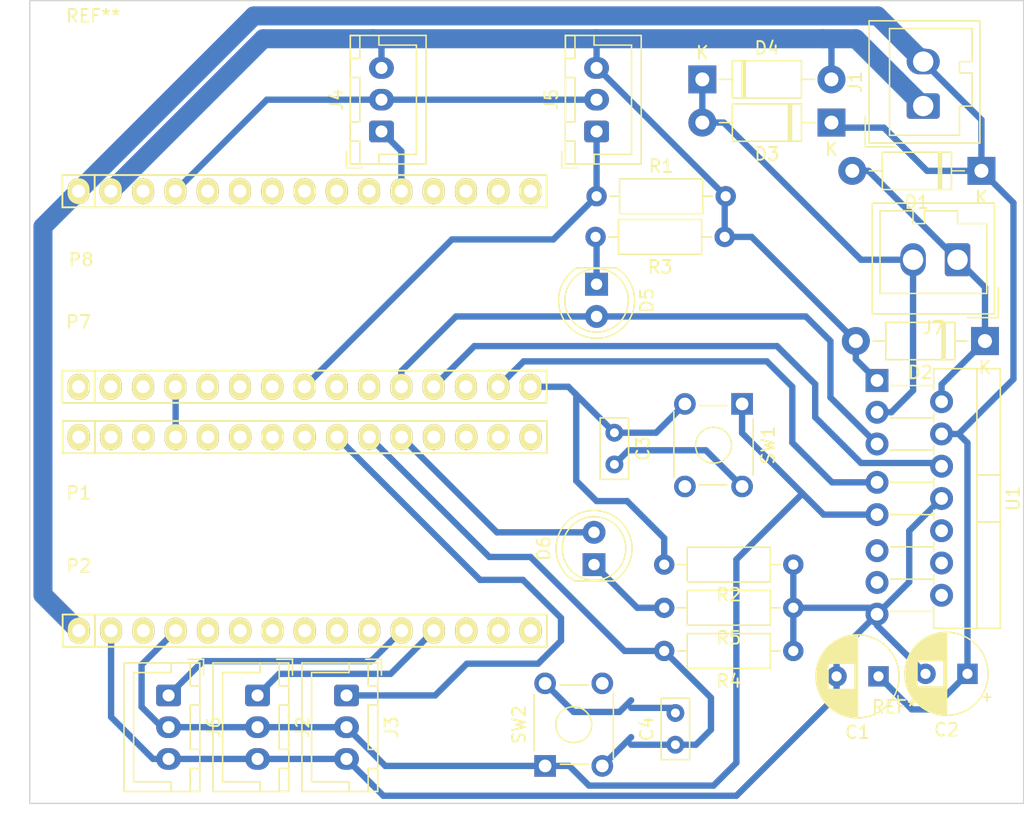
<source format=kicad_pcb>
(kicad_pcb (version 20211014) (generator pcbnew)
  (layers (0 "F.Cu" signal) (31 "B.Cu" signal) (34 "B.Paste" user) (35 "F.Paste" user) (36 "B.SilkS" user "B.Silkscreen") (37 "F.SilkS" user "F.Silkscreen") (38 "B.Mask" user) (39 "F.Mask" user) (44 "Edge.Cuts" user))
  (net 0 "")
  (net 1 "Vin")
  (net 2 "GND")
  (net 3 "Net-(C3-Pad2)")
  (net 4 "7.")
  (net 5 "Net-(C4-Pad2)")
  (net 6 "Net-(D1-Pad2)")
  (net 7 "Net-(D3-Pad2)")
  (net 8 "Net-(D5-Pad1)")
  (net 9 "8a")
  (net 10 "Net-(D6-Pad1)")
  (net 11 "8.")
  (net 12 "+5V")
  (net 13 "6(**).")
  (net 14 "A1")
  (net 15 "5(**)")
  (net 16 "/1(Tx).")
  (net 17 "/0(Rx).")
  (net 18 "/Reset.")
  (net 19 "/2.")
  (net 20 "/3(**).")
  (net 21 "/4.")
  (net 22 "/5(**).")
  (net 23 "/9(**).")
  (net 24 "/10(**{slash}SS).")
  (net 25 "/11(**{slash}MOSI).")
  (net 26 "/12(MISO).")
  (net 27 "/A7.")
  (net 28 "/A6.")
  (net 29 "/A5.")
  (net 30 "/A4.")
  (net 31 "/A3.")
  (net 32 "/A2.")
  (net 33 "/AREF.")
  (net 34 "+3V3")
  (net 35 "/13(SCK).")
  (net 36 "/1(Tx)")
  (net 37 "/0(Rx)")
  (net 38 "/Reset")
  (net 39 "/2a")
  (net 40 "/3(**)")
  (net 41 "/4a")
  (net 42 "/6(**)")
  (net 43 "9(**)")
  (net 44 "/10(**{slash}SS)")
  (net 45 "/A7")
  (net 46 "/A6")
  (net 47 "/A5")
  (net 48 "/A4")
  (net 49 "/A3")
  (net 50 "/AREF")
  (net 51 "/13(SCK)")
  (net 59 "A0.")
  (net 60 "A1.")
  (net 61 "/A0")
  (net 62 "/A2")
  (net 63 "12(MISO)")
  (net 64 "11(**{slash}MOSI)")
  (net 65 "/7a")
  (footprint "Connector_JST:JST_XH_B3B-XH-A_1x03_P2.50mm_Vertical" (layer "F.Cu") (at 62.4 87.5 90)
    (fp_text reference "J5" (at 2.5 -3.55 90) (layer "F.SilkS"))
    (fp_text value "START")
    (pad "1" thru_hole roundrect (at 0 0 90) (size 1.7 1.95) (drill 0.95) (layers *.Cu *.Mask) (roundrect_rratio 0.147059) (net 15 "5(**)"))
    (pad "2" thru_hole oval (at 2.5 0 90) (size 1.7 1.95) (drill 0.95) (layers *.Cu *.Mask) (net 12 "+5V"))
    (pad "3" thru_hole oval (at 5 0 90) (size 1.7 1.95) (drill 0.95) (layers *.Cu *.Mask) (net 2 "GND"))
  )
  (footprint "footprints:CP_Radial_D6.3mm_P2.50mm" (layer "F.Cu") (at 91.182379 130.2 180)
    (fp_text reference "C2" (at 1.25 -4.4 180) (layer "F.SilkS"))
    (fp_text value "0.1uF")
    (pad "1" thru_hole rect (at -0.4 0 180) (size 1.6 1.6) (drill 0.8) (layers *.Cu *.Mask) (net 1 "Vin"))
    (pad "2" thru_hole circle (at 2.9 0 180) (size 1.6 1.6) (drill 0.8) (layers *.Cu *.Mask) (net 2 "GND"))
  )
  (footprint "Connector_JST:JST_XH_B3B-XH-A_1x03_P2.50mm_Vertical" (layer "F.Cu") (at 28.725 131.9 -90)
    (fp_text reference "J6" (at 2.5 -3.55 90) (layer "F.SilkS"))
    (fp_text value "sensor höger")
    (pad "1" thru_hole roundrect (at 0 0 270) (size 1.7 1.95) (drill 0.95) (layers *.Cu *.Mask) (roundrect_rratio 0.147059) (net 60 "A1."))
    (pad "2" thru_hole oval (at 2.5 0 270) (size 1.7 1.95) (drill 0.95) (layers *.Cu *.Mask) (net 12 "+5V"))
    (pad "3" thru_hole oval (at 5 0 270) (size 1.7 1.95) (drill 0.95) (layers *.Cu *.Mask) (net 2 "GND"))
  )
  (footprint "MountingHole:MountingHole_3mm" (layer "F.Cu") (at 86.2 136.8)
    (fp_text reference "REF**" (at 0 -4) (layer "F.SilkS"))
    (fp_text value "MountingHole_3mm")
    (pad "" np_thru_hole circle (at 0 0) (size 3 3) (drill 3) (layers *.Cu *.Mask))
  )
  (footprint "footprints:Socket_Strip_Arduino_1x15" (layer "F.Cu") (at 21.66 111.56)
    (fp_text reference "P1" (at 0 4.4) (layer "F.SilkS"))
    (fp_text value "Digital")
    (pad "1" thru_hole oval (at 0 0) (size 1.7272 2.032) (drill 1.016) (layers *.Cu *.Mask "F.SilkS") (net 16 "/1(Tx)."))
    (pad "2" thru_hole oval (at 2.54 0) (size 1.7272 2.032) (drill 1.016) (layers *.Cu *.Mask "F.SilkS") (net 17 "/0(Rx)."))
    (pad "3" thru_hole oval (at 5.08 0) (size 1.7272 2.032) (drill 1.016) (layers *.Cu *.Mask "F.SilkS") (net 18 "/Reset."))
    (pad "4" thru_hole oval (at 7.62 0) (size 1.7272 2.032) (drill 1.016) (layers *.Cu *.Mask "F.SilkS") (net 2 "GND"))
    (pad "5" thru_hole oval (at 10.16 0) (size 1.7272 2.032) (drill 1.016) (layers *.Cu *.Mask "F.SilkS") (net 19 "/2."))
    (pad "6" thru_hole oval (at 12.7 0) (size 1.7272 2.032) (drill 1.016) (layers *.Cu *.Mask "F.SilkS") (net 20 "/3(**)."))
    (pad "7" thru_hole oval (at 15.24 0) (size 1.7272 2.032) (drill 1.016) (layers *.Cu *.Mask "F.SilkS") (net 21 "/4."))
    (pad "8" thru_hole oval (at 17.78 0) (size 1.7272 2.032) (drill 1.016) (layers *.Cu *.Mask "F.SilkS") (net 22 "/5(**)."))
    (pad "9" thru_hole oval (at 20.32 0) (size 1.7272 2.032) (drill 1.016) (layers *.Cu *.Mask "F.SilkS") (net 13 "6(**)."))
    (pad "10" thru_hole oval (at 22.86 0) (size 1.7272 2.032) (drill 1.016) (layers *.Cu *.Mask "F.SilkS") (net 4 "7."))
    (pad "11" thru_hole oval (at 25.4 0) (size 1.7272 2.032) (drill 1.016) (layers *.Cu *.Mask "F.SilkS") (net 11 "8."))
    (pad "12" thru_hole oval (at 27.94 0) (size 1.7272 2.032) (drill 1.016) (layers *.Cu *.Mask "F.SilkS") (net 23 "/9(**)."))
    (pad "13" thru_hole oval (at 30.48 0) (size 1.7272 2.032) (drill 1.016) (layers *.Cu *.Mask "F.SilkS") (net 24 "/10(**{slash}SS)."))
    (pad "14" thru_hole oval (at 33.02 0) (size 1.7272 2.032) (drill 1.016) (layers *.Cu *.Mask "F.SilkS") (net 25 "/11(**{slash}MOSI)."))
    (pad "15" thru_hole oval (at 35.56 0) (size 1.7272 2.032) (drill 1.016) (layers *.Cu *.Mask "F.SilkS") (net 26 "/12(MISO)."))
  )
  (footprint "footprints:TO-220-15_P2.54x2.54mm_StaggerOdd_Lead4.58mm_Vertical" (layer "F.Cu") (at 84.465 107.505 -90)
    (fp_text reference "U1" (at 8.89 -10.7 -90) (layer "F.SilkS"))
    (fp_text value "L298HN")
    (pad "1" thru_hole rect (at -0.4 0 270) (size 1.8 1.8) (drill 1) (layers *.Cu *.Mask) (net 2 "GND"))
    (pad "2" thru_hole oval (at 1.27 -5.08 270) (size 1.8 1.8) (drill 1) (layers *.Cu *.Mask) (net 6 "Net-(D1-Pad2)"))
    (pad "3" thru_hole oval (at 2.1 0 270) (size 1.8 1.8) (drill 1) (layers *.Cu *.Mask) (net 7 "Net-(D3-Pad2)"))
    (pad "4" thru_hole oval (at 3.81 -5.08 270) (size 1.8 1.8) (drill 1) (layers *.Cu *.Mask) (net 1 "Vin"))
    (pad "5" thru_hole oval (at 4.6 0 270) (size 1.8 1.8) (drill 1) (layers *.Cu *.Mask) (net 9 "8a"))
    (pad "6" thru_hole oval (at 6.35 -5.08 270) (size 1.8 1.8) (drill 1) (layers *.Cu *.Mask) (net 43 "9(**)"))
    (pad "7" thru_hole oval (at 7.62 0 270) (size 1.8 1.8) (drill 1) (layers *.Cu *.Mask) (net 64 "11(**{slash}MOSI)"))
    (pad "8" thru_hole oval (at 8.89 -5.08 270) (size 1.8 1.8) (drill 1) (layers *.Cu *.Mask) (net 2 "GND"))
    (pad "9" thru_hole oval (at 10.16 0 270) (size 1.8 1.8) (drill 1) (layers *.Cu *.Mask) (net 12 "+5V"))
    (pad "10" thru_hole oval (at 11.43 -5.08 270) (size 1.8 1.8) (drill 1) (layers *.Cu *.Mask))
    (pad "11" thru_hole oval (at 13 0 270) (size 1.8 1.8) (drill 1) (layers *.Cu *.Mask))
    (pad "12" thru_hole oval (at 13.97 -5.08 270) (size 1.8 1.8) (drill 1) (layers *.Cu *.Mask))
    (pad "13" thru_hole oval (at 15.5 0 270) (size 1.8 1.8) (drill 1) (layers *.Cu *.Mask))
    (pad "14" thru_hole oval (at 16.51 -5.08 270) (size 1.8 1.8) (drill 1) (layers *.Cu *.Mask))
    (pad "15" thru_hole oval (at 18 0 270) (size 1.8 1.8) (drill 1) (layers *.Cu *.Mask) (net 2 "GND"))
  )
  (footprint "Diode_THT:D_DO-41_SOD81_P10.16mm_Horizontal" (layer "F.Cu") (at 92.68 90.6 180)
    (fp_text reference "D1" (at 5.08 -2.47) (layer "F.SilkS"))
    (fp_text value "1N4007")
    (fp_text user "K" (at 0 -2.1) (layer "F.SilkS"))
    (pad "1" thru_hole rect (at 0 0 180) (size 2.2 2.2) (drill 1.1) (layers *.Cu *.Mask) (net 1 "Vin"))
    (pad "2" thru_hole oval locked (at 10.16 0 180) (size 2.2 2.2) (drill 1.1) (layers *.Cu *.Mask) (net 6 "Net-(D1-Pad2)"))
  )
  (footprint "MountingHole:MountingHole_3mm" (layer "F.Cu") (at 22.8 82.4)
    (fp_text reference "REF**" (at 0 -4) (layer "F.SilkS"))
    (fp_text value "MountingHole_3mm")
    (pad "" np_thru_hole circle (at 0 0) (size 3 3) (drill 3) (layers *.Cu *.Mask))
  )
  (footprint "footprints:Socket_Strip_Arduino_1x15" (layer "F.Cu") (at 21.64 92.2)
    (fp_text reference "P8" (at 0.2 5.4) (layer "F.SilkS"))
    (fp_text value "Analog")
    (pad "1" thru_hole oval (at 0 0) (size 1.7272 2.032) (drill 1.016) (layers *.Cu *.Mask "F.SilkS") (net 1 "Vin"))
    (pad "2" thru_hole oval (at 2.54 0) (size 1.7272 2.032) (drill 1.016) (layers *.Cu *.Mask "F.SilkS") (net 2 "GND"))
    (pad "3" thru_hole oval (at 5.08 0) (size 1.7272 2.032) (drill 1.016) (layers *.Cu *.Mask "F.SilkS") (net 38 "/Reset"))
    (pad "4" thru_hole oval (at 7.62 0) (size 1.7272 2.032) (drill 1.016) (layers *.Cu *.Mask "F.SilkS") (net 12 "+5V"))
    (pad "5" thru_hole oval (at 10.16 0) (size 1.7272 2.032) (drill 1.016) (layers *.Cu *.Mask "F.SilkS") (net 45 "/A7"))
    (pad "6" thru_hole oval (at 12.7 0) (size 1.7272 2.032) (drill 1.016) (layers *.Cu *.Mask "F.SilkS") (net 46 "/A6"))
    (pad "7" thru_hole oval (at 15.24 0) (size 1.7272 2.032) (drill 1.016) (layers *.Cu *.Mask "F.SilkS") (net 47 "/A5"))
    (pad "8" thru_hole oval (at 17.78 0) (size 1.7272 2.032) (drill 1.016) (layers *.Cu *.Mask "F.SilkS") (net 48 "/A4"))
    (pad "9" thru_hole oval (at 20.32 0) (size 1.7272 2.032) (drill 1.016) (layers *.Cu *.Mask "F.SilkS") (net 49 "/A3"))
    (pad "10" thru_hole oval (at 22.86 0) (size 1.7272 2.032) (drill 1.016) (layers *.Cu *.Mask "F.SilkS") (net 62 "/A2"))
    (pad "11" thru_hole oval (at 25.4 0) (size 1.7272 2.032) (drill 1.016) (layers *.Cu *.Mask "F.SilkS") (net 14 "A1"))
    (pad "12" thru_hole oval (at 27.94 0) (size 1.7272 2.032) (drill 1.016) (layers *.Cu *.Mask "F.SilkS") (net 61 "/A0"))
    (pad "13" thru_hole oval (at 30.48 0) (size 1.7272 2.032) (drill 1.016) (layers *.Cu *.Mask "F.SilkS") (net 50 "/AREF"))
    (pad "14" thru_hole oval (at 33.02 0) (size 1.7272 2.032) (drill 1.016) (layers *.Cu *.Mask "F.SilkS") (net 34 "+3V3"))
    (pad "15" thru_hole oval (at 35.56 0) (size 1.7272 2.032) (drill 1.016) (layers *.Cu *.Mask "F.SilkS") (net 51 "/13(SCK)"))
  )
  (footprint "Resistor_THT:R_Axial_DIN0207_L6.3mm_D2.5mm_P10.16mm_Horizontal" (layer "F.Cu") (at 62.4 92.6)
    (fp_text reference "R1" (at 5.08 -2.37) (layer "F.SilkS"))
    (fp_text value "R")
    (pad "1" thru_hole circle (at 0 0) (size 1.6 1.6) (drill 0.8) (layers *.Cu *.Mask) (net 15 "5(**)"))
    (pad "2" thru_hole oval (at 10.16 0) (size 1.6 1.6) (drill 0.8) (layers *.Cu *.Mask) (net 2 "GND"))
  )
  (footprint "Connector_JST:JST_XH_B3B-XH-A_1x03_P2.50mm_Vertical" (layer "F.Cu") (at 35.725 131.9 -90)
    (fp_text reference "J2" (at 2.5 -3.55 90) (layer "F.SilkS"))
    (fp_text value "sensor vänster")
    (pad "1" thru_hole roundrect (at 0 0 270) (size 1.7 1.95) (drill 0.95) (layers *.Cu *.Mask) (roundrect_rratio 0.147059) (net 59 "A0."))
    (pad "2" thru_hole oval (at 2.5 0 270) (size 1.7 1.95) (drill 0.95) (layers *.Cu *.Mask) (net 12 "+5V"))
    (pad "3" thru_hole oval (at 5 0 270) (size 1.7 1.95) (drill 0.95) (layers *.Cu *.Mask) (net 2 "GND"))
  )
  (footprint "LED_THT:LED_D5.0mm" (layer "F.Cu") (at 62.2 121.6 90)
    (fp_text reference "D6" (at 1.27 -3.96 90) (layer "F.SilkS"))
    (fp_text value "LED")
    (pad "1" thru_hole rect (at 0 0 90) (size 1.8 1.8) (drill 0.9) (layers *.Cu *.Mask) (net 10 "Net-(D6-Pad1)"))
    (pad "2" thru_hole circle (at 2.54 0 90) (size 1.8 1.8) (drill 0.9) (layers *.Cu *.Mask) (net 11 "8."))
  )
  (footprint "footprints:Socket_Strip_Arduino_1x15" (layer "F.Cu") (at 21.64 107.6)
    (fp_text reference "P7" (at 0 -5.1) (layer "F.SilkS"))
    (fp_text value "Digital")
    (pad "1" thru_hole oval (at 0 0) (size 1.7272 2.032) (drill 1.016) (layers *.Cu *.Mask "F.SilkS") (net 36 "/1(Tx)"))
    (pad "2" thru_hole oval (at 2.54 0) (size 1.7272 2.032) (drill 1.016) (layers *.Cu *.Mask "F.SilkS") (net 37 "/0(Rx)"))
    (pad "3" thru_hole oval (at 5.08 0) (size 1.7272 2.032) (drill 1.016) (layers *.Cu *.Mask "F.SilkS") (net 38 "/Reset"))
    (pad "4" thru_hole oval (at 7.62 0) (size 1.7272 2.032) (drill 1.016) (layers *.Cu *.Mask "F.SilkS") (net 2 "GND"))
    (pad "5" thru_hole oval (at 10.16 0) (size 1.7272 2.032) (drill 1.016) (layers *.Cu *.Mask "F.SilkS") (net 39 "/2a"))
    (pad "6" thru_hole oval (at 12.7 0) (size 1.7272 2.032) (drill 1.016) (layers *.Cu *.Mask "F.SilkS") (net 40 "/3(**)"))
    (pad "7" thru_hole oval (at 15.24 0) (size 1.7272 2.032) (drill 1.016) (layers *.Cu *.Mask "F.SilkS") (net 41 "/4a"))
    (pad "8" thru_hole oval (at 17.78 0) (size 1.7272 2.032) (drill 1.016) (layers *.Cu *.Mask "F.SilkS") (net 15 "5(**)"))
    (pad "9" thru_hole oval (at 20.32 0) (size 1.7272 2.032) (drill 1.016) (layers *.Cu *.Mask "F.SilkS") (net 42 "/6(**)"))
    (pad "10" thru_hole oval (at 22.86 0) (size 1.7272 2.032) (drill 1.016) (layers *.Cu *.Mask "F.SilkS") (net 65 "/7a"))
    (pad "11" thru_hole oval (at 25.4 0) (size 1.7272 2.032) (drill 1.016) (layers *.Cu *.Mask "F.SilkS") (net 9 "8a"))
    (pad "12" thru_hole oval (at 27.94 0) (size 1.7272 2.032) (drill 1.016) (layers *.Cu *.Mask "F.SilkS") (net 43 "9(**)"))
    (pad "13" thru_hole oval (at 30.48 0) (size 1.7272 2.032) (drill 1.016) (layers *.Cu *.Mask "F.SilkS") (net 44 "/10(**{slash}SS)"))
    (pad "14" thru_hole oval (at 33.02 0) (size 1.7272 2.032) (drill 1.016) (layers *.Cu *.Mask "F.SilkS") (net 64 "11(**{slash}MOSI)"))
    (pad "15" thru_hole oval (at 35.56 0) (size 1.7272 2.032) (drill 1.016) (layers *.Cu *.Mask "F.SilkS") (net 63 "12(MISO)"))
  )
  (footprint "footprints:Socket_Strip_Arduino_1x15" (layer "F.Cu") (at 21.66 126.8)
    (fp_text reference "P2" (at 0 -5.1) (layer "F.SilkS"))
    (fp_text value "Analog")
    (pad "1" thru_hole oval (at 0 0) (size 1.7272 2.032) (drill 1.016) (layers *.Cu *.Mask "F.SilkS") (net 1 "Vin"))
    (pad "2" thru_hole oval (at 2.54 0) (size 1.7272 2.032) (drill 1.016) (layers *.Cu *.Mask "F.SilkS") (net 2 "GND"))
    (pad "3" thru_hole oval (at 5.08 0) (size 1.7272 2.032) (drill 1.016) (layers *.Cu *.Mask "F.SilkS") (net 18 "/Reset."))
    (pad "4" thru_hole oval (at 7.62 0) (size 1.7272 2.032) (drill 1.016) (layers *.Cu *.Mask "F.SilkS") (net 12 "+5V"))
    (pad "5" thru_hole oval (at 10.16 0) (size 1.7272 2.032) (drill 1.016) (layers *.Cu *.Mask "F.SilkS") (net 27 "/A7."))
    (pad "6" thru_hole oval (at 12.7 0) (size 1.7272 2.032) (drill 1.016) (layers *.Cu *.Mask "F.SilkS") (net 28 "/A6."))
    (pad "7" thru_hole oval (at 15.24 0) (size 1.7272 2.032) (drill 1.016) (layers *.Cu *.Mask "F.SilkS") (net 29 "/A5."))
    (pad "8" thru_hole oval (at 17.78 0) (size 1.7272 2.032) (drill 1.016) (layers *.Cu *.Mask "F.SilkS") (net 30 "/A4."))
    (pad "9" thru_hole oval (at 20.32 0) (size 1.7272 2.032) (drill 1.016) (layers *.Cu *.Mask "F.SilkS") (net 31 "/A3."))
    (pad "10" thru_hole oval (at 22.86 0) (size 1.7272 2.032) (drill 1.016) (layers *.Cu *.Mask "F.SilkS") (net 32 "/A2."))
    (pad "11" thru_hole oval (at 25.4 0) (size 1.7272 2.032) (drill 1.016) (layers *.Cu *.Mask "F.SilkS") (net 60 "A1."))
    (pad "12" thru_hole oval (at 27.94 0) (size 1.7272 2.032) (drill 1.016) (layers *.Cu *.Mask "F.SilkS") (net 59 "A0."))
    (pad "13" thru_hole oval (at 30.48 0) (size 1.7272 2.032) (drill 1.016) (layers *.Cu *.Mask "F.SilkS") (net 33 "/AREF."))
    (pad "14" thru_hole oval (at 33.02 0) (size 1.7272 2.032) (drill 1.016) (layers *.Cu *.Mask "F.SilkS") (net 34 "+3V3"))
    (pad "15" thru_hole oval (at 35.56 0) (size 1.7272 2.032) (drill 1.016) (layers *.Cu *.Mask "F.SilkS") (net 35 "/13(SCK)."))
  )
  (footprint "footprints:CP_Radial_D6.3mm_P2.50mm" (layer "F.Cu") (at 84.18238 130.4 180)
    (fp_text reference "C1" (at 1.25 -4.4 180) (layer "F.SilkS"))
    (fp_text value "100uf")
    (pad "1" thru_hole rect (at -0.4 0 180) (size 1.6 1.6) (drill 0.8) (layers *.Cu *.Mask) (net 1 "Vin"))
    (pad "2" thru_hole circle (at 2.9 0 180) (size 1.6 1.6) (drill 0.8) (layers *.Cu *.Mask) (net 2 "GND"))
  )
  (footprint "LED_THT:LED_D5.0mm" (layer "F.Cu") (at 62.4 99.525 -90)
    (fp_text reference "D5" (at 1.27 -3.96 90) (layer "F.SilkS"))
    (fp_text value "LED")
    (pad "1" thru_hole rect (at 0 0 270) (size 1.8 1.8) (drill 0.9) (layers *.Cu *.Mask) (net 8 "Net-(D5-Pad1)"))
    (pad "2" thru_hole circle (at 2.54 0 270) (size 1.8 1.8) (drill 0.9) (layers *.Cu *.Mask) (net 9 "8a"))
  )
  (footprint "Diode_THT:D_DO-41_SOD81_P10.16mm_Horizontal" (layer "F.Cu") (at 80.88 86.8 180)
    (fp_text reference "D3" (at 5.08 -2.47) (layer "F.SilkS"))
    (fp_text value "1N4007")
    (fp_text user "K" (at 0 -2.1) (layer "F.SilkS"))
    (pad "1" thru_hole rect (at 0 0 180) (size 2.2 2.2) (drill 1.1) (layers *.Cu *.Mask) (net 1 "Vin"))
    (pad "2" thru_hole oval (at 10.16 0 180) (size 2.2 2.2) (drill 1.1) (layers *.Cu *.Mask) (net 7 "Net-(D3-Pad2)"))
  )
  (footprint "footprints:SW_TH_Tactile_Omron_B3F-10xx" (layer "F.Cu") (at 73.85 108.95 -90)
    (fp_text reference "SW1" (at 3.25 -2.05 90) (layer "F.SilkS"))
    (fp_text value "SW_MEC_5E")
    (pad "1" thru_hole rect (at 0 0 270) (size 1.7 1.7) (drill 1) (layers *.Cu *.Mask) (net 12 "+5V"))
    (pad "2" thru_hole circle (at 6.5 0 270) (size 1.7 1.7) (drill 1) (layers *.Cu *.Mask) (net 3 "Net-(C3-Pad2)"))
    (pad "3" thru_hole circle (at 0 4.5 270) (size 1.7 1.7) (drill 1) (layers *.Cu *.Mask) (net 63 "12(MISO)"))
    (pad "4" thru_hole circle (at 6.5 4.5 270) (size 1.7 1.7) (drill 1) (layers *.Cu *.Mask))
  )
  (footprint "Diode_THT:D_DO-41_SOD81_P10.16mm_Horizontal" (layer "F.Cu") (at 70.72 83.4)
    (fp_text reference "D4" (at 5.08 -2.47) (layer "F.SilkS"))
    (fp_text value "1N4007")
    (fp_text user "K" (at 0 -2.1) (layer "F.SilkS"))
    (pad "1" thru_hole rect (at 0 0) (size 2.2 2.2) (drill 1.1) (layers *.Cu *.Mask) (net 7 "Net-(D3-Pad2)"))
    (pad "2" thru_hole oval (at 10.16 0) (size 2.2 2.2) (drill 1.1) (layers *.Cu *.Mask) (net 2 "GND"))
  )
  (footprint "Connector_JST:JST_XH_B3B-XH-A_1x03_P2.50mm_Vertical" (layer "F.Cu") (at 45.475 87.5 90)
    (fp_text reference "J4" (at 2.5 -3.55 90) (layer "F.SilkS"))
    (fp_text value "sensor motor")
    (pad "1" thru_hole roundrect (at 0 0 90) (size 1.7 1.95) (drill 0.95) (layers *.Cu *.Mask) (roundrect_rratio 0.147059) (net 14 "A1"))
    (pad "2" thru_hole oval (at 2.5 0 90) (size 1.7 1.95) (drill 0.95) (layers *.Cu *.Mask) (net 12 "+5V"))
    (pad "3" thru_hole oval (at 5 0 90) (size 1.7 1.95) (drill 0.95) (layers *.Cu *.Mask) (net 2 "GND"))
  )
  (footprint "Resistor_THT:R_Axial_DIN0207_L6.3mm_D2.5mm_P10.16mm_Horizontal" (layer "F.Cu") (at 77.88 125 180)
    (fp_text reference "R5" (at 5.08 -2.37) (layer "F.SilkS"))
    (fp_text value "150")
    (pad "1" thru_hole circle (at 0 0 180) (size 1.6 1.6) (drill 0.8) (layers *.Cu *.Mask) (net 2 "GND"))
    (pad "2" thru_hole oval (at 10.16 0 180) (size 1.6 1.6) (drill 0.8) (layers *.Cu *.Mask) (net 10 "Net-(D6-Pad1)"))
  )
  (footprint "Connector_Wago:Wago_734-132_1x02_P3.50mm_Vertical" (layer "F.Cu") (at 90.8 97.6 180)
    (fp_text reference "J7" (at 1.9 -5.35) (layer "F.SilkS"))
    (fp_text value "MOTOR")
    (pad "1" thru_hole roundrect (at 0 0 180) (size 2 2.6) (drill 1.6) (layers *.Cu *.Mask) (roundrect_rratio 0.125) (net 6 "Net-(D1-Pad2)"))
    (pad "2" thru_hole oval (at 3.5 0 180) (size 2 2.6) (drill 1.6) (layers *.Cu *.Mask) (net 7 "Net-(D3-Pad2)"))
  )
  (footprint "Resistor_THT:R_Axial_DIN0207_L6.3mm_D2.5mm_P10.16mm_Horizontal" (layer "F.Cu") (at 72.48 95.8 180)
    (fp_text reference "R3" (at 5.08 -2.37) (layer "F.SilkS"))
    (fp_text value "150")
    (pad "1" thru_hole circle (at 0 0 180) (size 1.6 1.6) (drill 0.8) (layers *.Cu *.Mask) (net 2 "GND"))
    (pad "2" thru_hole oval (at 10.16 0 180) (size 1.6 1.6) (drill 0.8) (layers *.Cu *.Mask) (net 8 "Net-(D5-Pad1)"))
  )
  (footprint "Connector_Wago:Wago_734-132_1x02_P3.50mm_Vertical" (layer "F.Cu") (at 88.1 85.5 90)
    (fp_text reference "J1" (at 1.9 -5.35 90) (layer "F.SilkS"))
    (fp_text value "POWER")
    (pad "1" thru_hole roundrect (at 0 0 90) (size 2 2.6) (drill 1.6) (layers *.Cu *.Mask) (roundrect_rratio 0.125) (net 2 "GND"))
    (pad "2" thru_hole oval (at 3.5 0 90) (size 2 2.6) (drill 1.6) (layers *.Cu *.Mask) (net 1 "Vin"))
  )
  (footprint "Resistor_THT:R_Axial_DIN0207_L6.3mm_D2.5mm_P10.16mm_Horizontal" (layer "F.Cu") (at 77.88 121.6 180)
    (fp_text reference "R2" (at 5.08 -2.37) (layer "F.SilkS"))
    (fp_text value "10k")
    (pad "1" thru_hole circle (at 0 0 180) (size 1.6 1.6) (drill 0.8) (layers *.Cu *.Mask) (net 2 "GND"))
    (pad "2" thru_hole oval (at 10.16 0 180) (size 1.6 1.6) (drill 0.8) (layers *.Cu *.Mask) (net 63 "12(MISO)"))
  )
  (footprint "Diode_THT:D_DO-41_SOD81_P10.16mm_Horizontal" (layer "F.Cu") (at 92.96 104 180)
    (fp_text reference "D2" (at 5.08 -2.47) (layer "F.SilkS"))
    (fp_text value "1N4007")
    (fp_text user "K" (at 0 -2.1) (layer "F.SilkS"))
    (pad "1" thru_hole rect (at 0 0 180) (size 2.2 2.2) (drill 1.1) (layers *.Cu *.Mask) (net 6 "Net-(D1-Pad2)"))
    (pad "2" thru_hole oval (at 10.16 0 180) (size 2.2 2.2) (drill 1.1) (layers *.Cu *.Mask) (net 2 "GND"))
  )
  (footprint "Capacitor_THT:C_Rect_L4.6mm_W2.0mm_P2.50mm_MKS02_FKP02" (layer "F.Cu") (at 63.8 111.217621 -90)
    (fp_text reference "C3" (at 1.25 -2.25 -90) (layer "F.SilkS"))
    (fp_text value "C")
    (pad "1" thru_hole circle (at 0 0 270) (size 1.4 1.4) (drill 0.7) (layers *.Cu *.Mask) (net 63 "12(MISO)"))
    (pad "2" thru_hole circle (at 2.5 0 270) (size 1.4 1.4) (drill 0.7) (layers *.Cu *.Mask) (net 3 "Net-(C3-Pad2)"))
  )
  (footprint "footprints:SW_TH_Tactile_Omron_B3F-10xx" (layer "F.Cu") (at 58.35 137.45 90)
    (fp_text reference "SW2" (at 3.25 -2.05 90) (layer "F.SilkS"))
    (fp_text value "SW_MEC_5E")
    (pad "1" thru_hole rect (at 0 0 90) (size 1.7 1.7) (drill 1) (layers *.Cu *.Mask) (net 12 "+5V"))
    (pad "2" thru_hole circle (at 6.5 0 90) (size 1.7 1.7) (drill 1) (layers *.Cu *.Mask) (net 5 "Net-(C4-Pad2)"))
    (pad "3" thru_hole circle (at 0 4.5 90) (size 1.7 1.7) (drill 1) (layers *.Cu *.Mask) (net 4 "7."))
    (pad "4" thru_hole circle (at 6.5 4.5 90) (size 1.7 1.7) (drill 1) (layers *.Cu *.Mask))
  )
  (footprint "Capacitor_THT:C_Rect_L4.6mm_W2.0mm_P2.50mm_MKS02_FKP02" (layer "F.Cu") (at 68.6 135.78238 90)
    (fp_text reference "C4" (at 1.25 -2.25 90) (layer "F.SilkS"))
    (fp_text value "C")
    (pad "1" thru_hole circle (at 0 0 90) (size 1.4 1.4) (drill 0.7) (layers *.Cu *.Mask) (net 4 "7."))
    (pad "2" thru_hole circle (at 2.5 0 90) (size 1.4 1.4) (drill 0.7) (layers *.Cu *.Mask) (net 5 "Net-(C4-Pad2)"))
  )
  (footprint "Resistor_THT:R_Axial_DIN0207_L6.3mm_D2.5mm_P10.16mm_Horizontal" (layer "F.Cu") (at 77.88 128.4 180)
    (fp_text reference "R4" (at 5.08 -2.37) (layer "F.SilkS"))
    (fp_text value "10k")
    (pad "1" thru_hole circle (at 0 0 180) (size 1.6 1.6) (drill 0.8) (layers *.Cu *.Mask) (net 2 "GND"))
    (pad "2" thru_hole oval (at 10.16 0 180) (size 1.6 1.6) (drill 0.8) (layers *.Cu *.Mask) (net 4 "7."))
  )
  (footprint "Connector_JST:JST_XH_B3B-XH-A_1x03_P2.50mm_Vertical" (layer "F.Cu") (at 42.725 131.9 -90)
    (fp_text reference "J3" (at 2.5 -3.55 90) (layer "F.SilkS"))
    (fp_text value "SERVO")
    (pad "1" thru_hole roundrect (at 0 0 270) (size 1.7 1.95) (drill 0.95) (layers *.Cu *.Mask) (roundrect_rratio 0.147059) (net 13 "6(**)."))
    (pad "2" thru_hole oval (at 2.5 0 270) (size 1.7 1.95) (drill 0.95) (layers *.Cu *.Mask) (net 12 "+5V"))
    (pad "3" thru_hole oval (at 5 0 270) (size 1.7 1.95) (drill 0.95) (layers *.Cu *.Mask) (net 2 "GND"))
  )
  (gr_rect (start 17.8 77.2) (end 96 140.4) (layer "Edge.Cuts") (width 0.1) (fill none))
  (segment (start 84.5 78.4) (end 88.1 82) (width 1.5) (layer "B.Cu") (net 1))
  (segment (start 91.582379 130.2) (end 91.582379 112.012379) (width 0.5) (layer "B.Cu") (net 1))
  (segment (start 88.4 90.6) (end 92.68 90.6) (width 0.5) (layer "B.Cu") (net 1))
  (segment (start 91.582379 110.617621) (end 91.6 110.6) (width 0.5) (layer "B.Cu") (net 1))
  (segment (start 95.2 107) (end 95.2 93.12) (width 0.5) (layer "B.Cu") (net 1))
  (segment (start 18.84 123.98) (end 21.66 126.8) (width 1.5) (layer "B.Cu") (net 1))
  (segment (start 85 87.2) (end 88.4 90.6) (width 0.5) (layer "B.Cu") (net 1))
  (segment (start 18.84 95) (end 18.8 95) (width 0.5) (layer "B.Cu") (net 1))
  (segment (start 91.582379 112.012379) (end 90.885 111.315) (width 0.5) (layer "B.Cu") (net 1))
  (segment (start 92.68 86.58) (end 88.1 82) (width 0.5) (layer "B.Cu") (net 1))
  (segment (start 21.64 92.2) (end 18.84 95) (width 1.5) (layer "B.Cu") (net 1))
  (segment (start 89.545 111.315) (end 90.885 111.315) (width 0.5) (layer "B.Cu") (net 1))
  (segment (start 18.84 95) (end 18.84 123.98) (width 1.5) (layer "B.Cu") (net 1))
  (segment (start 80.88 87.2) (end 85 87.2) (width 0.5) (layer "B.Cu") (net 1))
  (segment (start 84.58238 130.4) (end 84.6 130.4) (width 0.5) (layer "B.Cu") (net 1))
  (segment (start 84.6 130.4) (end 87.2 133) (width 0.5) (layer "B.Cu") (net 1))
  (segment (start 92.68 90.6) (end 92.68 86.58) (width 0.5) (layer "B.Cu") (net 1))
  (segment (start 88.1 81.7) (end 88.1 82) (width 1.5) (layer "B.Cu") (net 1))
  (segment (start 91.6 110.6) (end 95.2 107) (width 0.5) (layer "B.Cu") (net 1))
  (segment (start 95.2 93.12) (end 92.68 90.6) (width 0.5) (layer "B.Cu") (net 1))
  (segment (start 88.782379 133) (end 91.582379 130.2) (width 0.5) (layer "B.Cu") (net 1))
  (segment (start 87.2 133) (end 88.782379 133) (width 0.5) (layer "B.Cu") (net 1))
  (segment (start 35.44 78.4) (end 21.64 92.2) (width 1.5) (layer "B.Cu") (net 1))
  (segment (start 90.885 111.315) (end 91.6 110.6) (width 0.5) (layer "B.Cu") (net 1))
  (segment (start 84.5 78.4) (end 35.44 78.4) (width 1.5) (layer "B.Cu") (net 1))
  (segment (start 72.48 95.8) (end 72.48 92.68) (width 0.5) (layer "B.Cu") (net 2))
  (segment (start 74.6 95.8) (end 82.8 104) (width 0.5) (layer "B.Cu") (net 2))
  (segment (start 27.5 136.9) (end 24.2 133.6) (width 0.5) (layer "B.Cu") (net 2))
  (segment (start 83.96 125) (end 84.465 125.505) (width 0.5) (layer "B.Cu") (net 2))
  (segment (start 88.1 85.5) (end 86 83.4) (width 1.5) (layer "B.Cu") (net 2))
  (segment (start 80.88 80.88) (end 80.2 80.2) (width 0.5) (layer "B.Cu") (net 2))
  (segment (start 87 118.94) (end 89.545 116.395) (width 0.5) (layer "B.Cu") (net 2))
  (segment (start 77.88 125) (end 77.88 128.4) (width 0.5) (layer "B.Cu") (net 2))
  (segment (start 82.8 104) (end 82.8 105.44) (width 0.5) (layer "B.Cu") (net 2))
  (segment (start 45.625 139.8) (end 42.725 136.9) (width 0.5) (layer "B.Cu") (net 2))
  (segment (start 82.8 80.2) (end 80.2 80.2) (width 1.5) (layer "B.Cu") (net 2))
  (segment (start 45.475 80.875) (end 44.8 80.2) (width 0.5) (layer "B.Cu") (net 2))
  (segment (start 29.28 107.62) (end 29.26 107.6) (width 0.5) (layer "B.Cu") (net 2))
  (segment (start 62.4 82.5) (end 62.4 80.2) (width 0.5) (layer "B.Cu") (net 2))
  (segment (start 81.28238 130.4) (end 81.28238 131.91762) (width 0.5) (layer "B.Cu") (net 2))
  (segment (start 24.2 133.6) (end 24.2 126.8) (width 0.5) (layer "B.Cu") (net 2))
  (segment (start 87 122.97) (end 87 118.94) (width 0.5) (layer "B.Cu") (net 2))
  (segment (start 84.465 126.382621) (end 84.465 125.505) (width 0.5) (layer "B.Cu") (net 2))
  (segment (start 81.28238 128.68762) (end 81.28238 130.4) (width 0.5) (layer "B.Cu") (net 2))
  (segment (start 80.88 83.4) (end 80.88 80.88) (width 0.5) (layer "B.Cu") (net 2))
  (segment (start 28.725 136.9) (end 27.5 136.9) (width 0.5) (layer "B.Cu") (net 2))
  (segment (start 82.8 105.44) (end 84.465 107.105) (width 0.5) (layer "B.Cu") (net 2))
  (segment (start 72.48 95.8) (end 74.6 95.8) (width 0.5) (layer "B.Cu") (net 2))
  (segment (start 84.465 125.505) (end 81.28238 128.68762) (width 0.5) (layer "B.Cu") (net 2))
  (segment (start 36.18 80.2) (end 24.18 92.2) (width 1.5) (layer "B.Cu") (net 2))
  (segment (start 72.48 92.68) (end 72.56 92.6) (width 0.5) (layer "B.Cu") (net 2))
  (segment (start 87.9 85.5) (end 88.1 85.5) (width 1.5) (layer "B.Cu") (net 2))
  (segment (start 44.8 80.2) (end 36.18 80.2) (width 1.5) (layer "B.Cu") (net 2))
  (segment (start 77.88 121.6) (end 77.88 125) (width 0.5) (layer "B.Cu") (net 2))
  (segment (start 88.282379 130.2) (end 84.465 126.382621) (width 0.5) (layer "B.Cu") (net 2))
  (segment (start 62.4 80.2) (end 44.8 80.2) (width 1.5) (layer "B.Cu") (net 2))
  (segment (start 29.28 111.56) (end 29.28 107.62) (width 0.5) (layer "B.Cu") (net 2))
  (segment (start 80.2 80.2) (end 62.4 80.2) (width 1.5) (layer "B.Cu") (net 2))
  (segment (start 72.56 92.6) (end 62.46 82.5) (width 0.5) (layer "B.Cu") (net 2))
  (segment (start 84.465 125.505) (end 87 122.97) (width 0.5) (layer "B.Cu") (net 2))
  (segment (start 73.4 139.8) (end 45.625 139.8) (width 0.5) (layer "B.Cu") (net 2))
  (segment (start 81.28238 131.91762) (end 73.4 139.8) (width 0.5) (layer "B.Cu") (net 2))
  (segment (start 86 83.4) (end 82.8 80.2) (width 1.5) (layer "B.Cu") (net 2))
  (segment (start 42.725 136.9) (end 28.725 136.9) (width 0.5) (layer "B.Cu") (net 2))
  (segment (start 77.88 125) (end 83.96 125) (width 0.5) (layer "B.Cu") (net 2))
  (segment (start 45.475 82.5) (end 45.475 80.875) (width 0.5) (layer "B.Cu") (net 2))
  (segment (start 62.46 82.5) (end 62.4 82.5) (width 0.5) (layer "B.Cu") (net 2))
  (segment (start 71 112.6) (end 64.917621 112.6) (width 0.5) (layer "B.Cu") (net 3))
  (segment (start 64.917621 112.6) (end 63.8 113.717621) (width 0.5) (layer "B.Cu") (net 3))
  (segment (start 73.85 115.45) (end 71 112.6) (width 0.5) (layer "B.Cu") (net 3))
  (segment (start 53.96 121) (end 44.52 111.56) (width 0.5) (layer "B.Cu") (net 4))
  (segment (start 70.21762 135.78238) (end 68.6 135.78238) (width 0.5) (layer "B.Cu") (net 4))
  (segment (start 57.2 121) (end 53.96 121) (width 0.5) (layer "B.Cu") (net 4))
  (segment (start 65.11762 135.18238) (end 62.85 137.45) (width 0.5) (layer "B.Cu") (net 4))
  (segment (start 64.6 128.4) (end 57.2 121) (width 0.5) (layer "B.Cu") (net 4))
  (segment (start 71.4 132.08) (end 67.72 128.4) (width 0.5) (layer "B.Cu") (net 4))
  (segment (start 67.72 128.4) (end 64.6 128.4) (width 0.5) (layer "B.Cu") (net 4))
  (segment (start 71.4 134.6) (end 70.21762 135.78238) (width 0.5) (layer "B.Cu") (net 4))
  (segment (start 68.6 135.78238) (end 65.11762 135.78238) (width 0.5) (layer "B.Cu") (net 4))
  (segment (start 71.4 134.6) (end 71.4 132.08) (width 0.5) (layer "B.Cu") (net 4))
  (segment (start 68.6 132.88238) (end 65.11762 132.88238) (width 0.5) (layer "B.Cu") (net 5))
  (segment (start 64.2 133.2) (end 60.6 133.2) (width 0.5) (layer "B.Cu") (net 5))
  (segment (start 65.11762 132.28238) (end 64.2 133.2) (width 0.5) (layer "B.Cu") (net 5))
  (segment (start 60.6 133.2) (end 58.35 130.95) (width 0.5) (layer "B.Cu") (net 5))
  (segment (start 83.8 90.6) (end 82.52 90.6) (width 0.5) (layer "B.Cu") (net 6))
  (segment (start 92.96 99.76) (end 90.8 97.6) (width 0.5) (layer "B.Cu") (net 6))
  (segment (start 89.545 108.775) (end 89.545 107.415) (width 0.5) (layer "B.Cu") (net 6))
  (segment (start 90.8 97.6) (end 90.8 96.6) (width 0.5) (layer "B.Cu") (net 6))
  (segment (start 92.96 104) (end 92.96 99.76) (width 0.5) (layer "B.Cu") (net 6))
  (segment (start 89.545 107.415) (end 92.96 104) (width 0.5) (layer "B.Cu") (net 6))
  (segment (start 90.8 97.6) (end 83.8 90.6) (width 0.5) (layer "B.Cu") (net 6))
  (segment (start 87.3 107.9) (end 85.595 109.605) (width 0.5) (layer "B.Cu") (net 7))
  (segment (start 72.4 86.8) (end 83.2 97.6) (width 0.5) (layer "B.Cu") (net 7))
  (segment (start 70.72 86.8) (end 70.72 83.4) (width 0.5) (layer "B.Cu") (net 7))
  (segment (start 87.3 107.9) (end 87.3 97.6) (width 0.5) (layer "B.Cu") (net 7))
  (segment (start 83.2 97.6) (end 87.3 97.6) (width 0.5) (layer "B.Cu") (net 7))
  (segment (start 70.72 86.8) (end 72.4 86.8) (width 0.5) (layer "B.Cu") (net 7))
  (segment (start 85.595 109.605) (end 84.465 109.605) (width 0.5) (layer "B.Cu") (net 7))
  (segment (start 62.4 99.525) (end 62.4 95.88) (width 0.5) (layer "B.Cu") (net 8))
  (segment (start 62.4 95.88) (end 62.32 95.8) (width 0.5) (layer "B.Cu") (net 8))
  (segment (start 51.335 102.065) (end 47.04 106.36) (width 0.5) (layer "B.Cu") (net 9))
  (segment (start 80.8 108.44) (end 80.8 104) (width 0.5) (layer "B.Cu") (net 9))
  (segment (start 51.335 102.065) (end 62.4 102.065) (width 0.5) (layer "B.Cu") (net 9))
  (segment (start 78.865 102.065) (end 62.4 102.065) (width 0.5) (layer "B.Cu") (net 9))
  (segment (start 47.04 106.36) (end 47.04 107.6) (width 0.5) (layer "B.Cu") (net 9))
  (segment (start 80.8 104) (end 78.865 102.065) (width 0.5) (layer "B.Cu") (net 9))
  (segment (start 84.465 112.105) (end 80.8 108.44) (width 0.5) (layer "B.Cu") (net 9))
  (segment (start 67.72 125) (end 65.6 125) (width 0.5) (layer "B.Cu") (net 10))
  (segment (start 65.6 125) (end 62.2 121.6) (width 0.5) (layer "B.Cu") (net 10))
  (segment (start 54.56 119.06) (end 47.06 111.56) (width 0.5) (layer "B.Cu") (net 11))
  (segment (start 62.2 119.06) (end 54.56 119.06) (width 0.5) (layer "B.Cu") (net 11))
  (segment (start 73.85 108.95) (end 73.85 111.25) (width 0.5) (layer "B.Cu") (net 12))
  (segment (start 28.725 134.4) (end 28.2 134.4) (width 0.5) (layer "B.Cu") (net 12))
  (segment (start 36.46 85) (end 29.26 92.2) (width 0.5) (layer "B.Cu") (net 12))
  (segment (start 71.6 139) (end 61.8 139) (width 0.5) (layer "B.Cu") (net 12))
  (segment (start 60.25 137.45) (end 61.8 139) (width 0.5) (layer "B.Cu") (net 12))
  (segment (start 73.4 121.2) (end 78.6 116) (width 0.5) (layer "B.Cu") (net 12))
  (segment (start 80.265 117.665) (end 84.465 117.665) (width 0.5) (layer "B.Cu") (net 12))
  (segment (start 73.4 137.2) (end 73.4 121.2) (width 0.5) (layer "B.Cu") (net 12))
  (segment (start 26.6 129.48) (end 29.28 126.8) (width 0.5) (layer "B.Cu") (net 12))
  (segment (start 58.35 137.45) (end 45.775 137.45) (width 0.5) (layer "B.Cu") (net 12))
  (segment (start 29.28 127.52) (end 29.28 127.24) (width 0.5) (layer "B.Cu") (net 12))
  (segment (start 58.35 137.45) (end 60.25 137.45) (width 0.5) (layer "B.Cu") (net 12))
  (segment (start 28.2 134.4) (end 26.6 132.8) (width 0.5) (layer "B.Cu") (net 12))
  (segment (start 45.475 85) (end 36.46 85) (width 0.5) (layer "B.Cu") (net 12))
  (segment (start 26.6 132.8) (end 26.6 129.48) (width 0.5) (layer "B.Cu") (net 12))
  (segment (start 78.6 116) (end 80.265 117.665) (width 0.5) (layer "B.Cu") (net 12))
  (segment (start 73.85 111.25) (end 78.6 116) (width 0.5) (layer "B.Cu") (net 12))
  (segment (start 62.4 85) (end 45.475 85) (width 0.5) (layer "B.Cu") (net 12))
  (segment (start 73.4 137.2) (end 71.6 139) (width 0.5) (layer "B.Cu") (net 12))
  (segment (start 42.725 134.4) (end 35.725 134.4) (width 0.5) (layer "B.Cu") (net 12))
  (segment (start 45.775 137.45) (end 42.725 134.4) (width 0.5) (layer "B.Cu") (net 12))
  (segment (start 35.725 134.4) (end 28.725 134.4) (width 0.5) (layer "B.Cu") (net 12))
  (segment (start 59.6 127.6) (end 59.6 125.8) (width 0.5) (layer "B.Cu") (net 13))
  (segment (start 59.6 125.8) (end 56.6 122.8) (width 0.5) (layer "B.Cu") (net 13))
  (segment (start 57.8 129.4) (end 59.6 127.6) (width 0.5) (layer "B.Cu") (net 13))
  (segment (start 42.725 131.9) (end 49.7 131.9) (width 0.5) (layer "B.Cu") (net 13))
  (segment (start 56.6 122.8) (end 53.22 122.8) (width 0.5) (layer "B.Cu") (net 13))
  (segment (start 49.7 131.9) (end 52.2 129.4) (width 0.5) (layer "B.Cu") (net 13))
  (segment (start 52.2 129.4) (end 57.8 129.4) (width 0.5) (layer "B.Cu") (net 13))
  (segment (start 53.22 122.8) (end 41.98 111.56) (width 0.5) (layer "B.Cu") (net 13))
  (segment (start 45.475 87.5) (end 45.58 87.605) (width 0.25) (layer "B.Cu") (net 14))
  (segment (start 47.04 89.065) (end 45.475 87.5) (width 0.5) (layer "B.Cu") (net 14))
  (segment (start 47.04 92.2) (end 47.04 89.065) (width 0.5) (layer "B.Cu") (net 14))
  (segment (start 62.4 87.775) (end 62.475 87.7) (width 0.5) (layer "B.Cu") (net 15))
  (segment (start 62.4 92.6) (end 62.4 87.5) (width 0.5) (layer "B.Cu") (net 15))
  (segment (start 51.02 96) (end 39.42 107.6) (width 0.5) (layer "B.Cu") (net 15))
  (segment (start 59 96) (end 62.4 92.6) (width 0.5) (layer "B.Cu") (net 15))
  (segment (start 59 96) (end 51.02 96) (width 0.5) (layer "B.Cu") (net 15))
  (segment (start 79.6 107.4) (end 79.6 110) (width 0.5) (layer "B.Cu") (net 43))
  (segment (start 52.78 104.4) (end 76.6 104.4) (width 0.5) (layer "B.Cu") (net 43))
  (segment (start 76.6 104.4) (end 79.6 107.4) (width 0.5) (layer "B.Cu") (net 43))
  (segment (start 89.545 113.855) (end 89.6 113.8) (width 0.5) (layer "B.Cu") (net 43))
  (segment (start 49.58 107.6) (end 52.78 104.4) (width 0.5) (layer "B.Cu") (net 43))
  (segment (start 79.6 110) (end 83.2 113.6) (width 0.5) (layer "B.Cu") (net 43))
  (segment (start 83.2 113.6) (end 89.29 113.6) (width 0.5) (layer "B.Cu") (net 43))
  (segment (start 89.29 113.6) (end 89.545 113.855) (width 0.5) (layer "B.Cu") (net 43))
  (segment (start 46.2 130.2) (end 49.6 126.8) (width 0.5) (layer "B.Cu") (net 59))
  (segment (start 35.725 131.9) (end 37.425 130.2) (width 0.5) (layer "B.Cu") (net 59))
  (segment (start 37.425 130.2) (end 46.2 130.2) (width 0.5) (layer "B.Cu") (net 59))
  (segment (start 44.66 129.2) (end 47.06 126.8) (width 0.5) (layer "B.Cu") (net 60))
  (segment (start 28.725 131.9) (end 31.425 129.2) (width 0.5) (layer "B.Cu") (net 60))
  (segment (start 31.425 129.2) (end 44.66 129.2) (width 0.5) (layer "B.Cu") (net 60))
  (segment (start 60.8 108.21762) (end 60.69119 108.10881) (width 0.5) (layer "B.Cu") (net 63))
  (segment (start 64.8 116.6) (end 62.4 116.6) (width 0.5) (layer "B.Cu") (net 63))
  (segment (start 67.72 119.52) (end 64.8 116.6) (width 0.5) (layer "B.Cu") (net 63))
  (segment (start 57.2 107.6) (end 60.182379 107.6) (width 0.5) (layer "B.Cu") (net 63))
  (segment (start 60.69119 108.10881) (end 61.29119 108.70881) (width 0.5) (layer "B.Cu") (net 63))
  (segment (start 60.182379 107.6) (end 60.69119 108.10881) (width 0.5) (layer "B.Cu") (net 63))
  (segment (start 67.082379 111.217621) (end 69.35 108.95) (width 0.5) (layer "B.Cu") (net 63))
  (segment (start 60.8 115) (end 60.8 108.21762) (width 0.5) (layer "B.Cu") (net 63))
  (segment (start 61.29119 108.70881) (end 63.8 111.217621) (width 0.5) (layer "B.Cu") (net 63))
  (segment (start 67.72 121.6) (end 67.72 119.52) (width 0.5) (layer "B.Cu") (net 63))
  (segment (start 62.4 116.6) (end 60.8 115) (width 0.5) (layer "B.Cu") (net 63))
  (segment (start 63.8 111.217621) (end 67.082379 111.217621) (width 0.5) (layer "B.Cu") (net 63))
  (segment (start 84.465 115.125) (end 80.925 115.125) (width 0.5) (layer "B.Cu") (net 64))
  (segment (start 77.8 112) (end 77.8 107.6) (width 0.5) (layer "B.Cu") (net 64))
  (segment (start 54.66 107.6) (end 56.66 105.6) (width 0.5) (layer "B.Cu") (net 64))
  (segment (start 80.925 115.125) (end 77.8 112) (width 0.5) (layer "B.Cu") (net 64))
  (segment (start 56.66 105.6) (end 75.8 105.6) (width 0.5) (layer "B.Cu") (net 64))
  (segment (start 77.8 107.6) (end 75.8 105.6) (width 0.5) (layer "B.Cu") (net 64))
)
</source>
